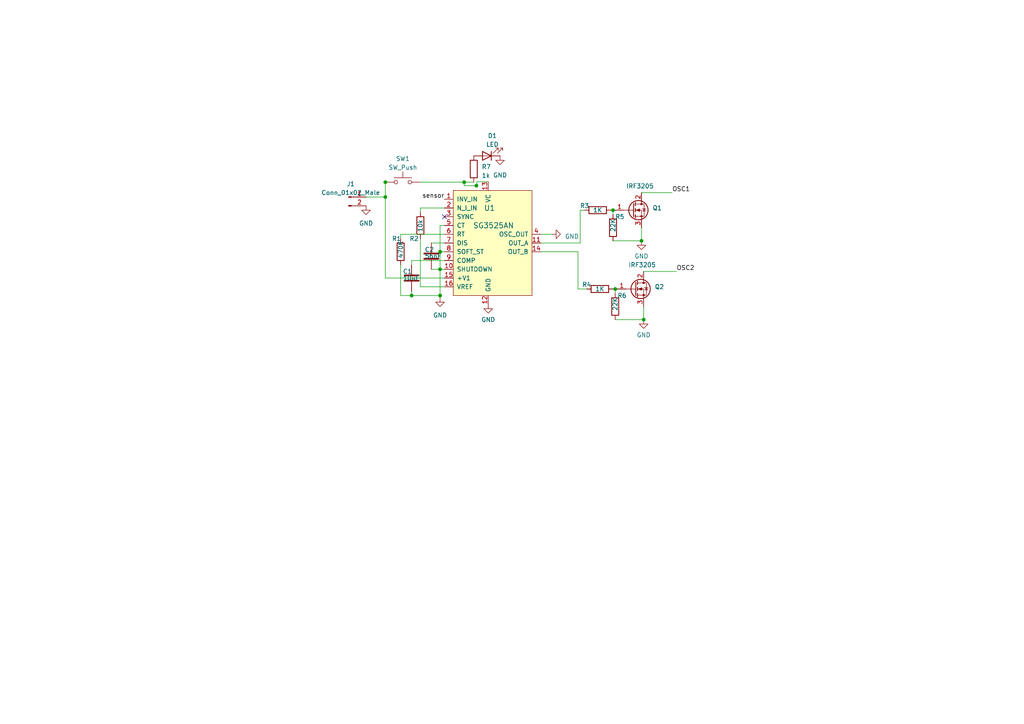
<source format=kicad_sch>
(kicad_sch (version 20220126) (generator eeschema)
  (paper "A4")
  (lib_symbols
    (symbol "Connector:Conn_01x02_Male" (pin_names (offset 1.016) hide)
      (property "Reference" "J" (at 0 2.54 0))
      (property "Value" "Conn_01x02_Male" (at 0 -5.08 0))
      (symbol "Conn_01x02_Male_1_1"
        (polyline (pts (xy 1.27 -2.54) (xy 0.8636 -2.54)) (stroke (width 0.1524)))
        (polyline (pts (xy 1.27 0) (xy 0.8636 0)) (stroke (width 0.1524)))
        (rectangle (start 0.8636 -2.413) (end 0 -2.667) (stroke (width 0.1524)) (fill (type outline)))
        (rectangle (start 0.8636 0.127) (end 0 -0.127) (stroke (width 0.1524)) (fill (type outline)))
        (pin passive line (at 5.08 0 180) (length 3.81) (name "Pin_1") (number "1"))
        (pin passive line (at 5.08 -2.54 180) (length 3.81) (name "Pin_2") (number "2"))
      )
    )
    (symbol "Device:C" (pin_numbers hide) (pin_names (offset 0.254))
      (property "Reference" "C" (at 0.635 2.54 0))
      (property "Value" "C" (at 0.635 -2.54 0))
      (symbol "C_0_1"
        (polyline (pts (xy -2.032 -0.762) (xy 2.032 -0.762)) (stroke (width 0.508)))
        (polyline (pts (xy -2.032 0.762) (xy 2.032 0.762)) (stroke (width 0.508)))
      )
      (symbol "C_1_1"
        (pin passive line (at 0 3.81 270) (length 2.794) (name "~") (number "1"))
        (pin passive line (at 0 -3.81 90) (length 2.794) (name "~") (number "2"))
      )
    )
    (symbol "Device:LED" (pin_numbers hide) (pin_names (offset 1.016) hide)
      (property "Reference" "D" (at 0 2.54 0))
      (property "Value" "LED" (at 0 -2.54 0))
      (symbol "LED_0_1"
        (polyline (pts (xy -1.27 -1.27) (xy -1.27 1.27)) (stroke (width 0.254)))
        (polyline (pts (xy -1.27 0) (xy 1.27 0)))
        (polyline (pts (xy 1.27 -1.27) (xy 1.27 1.27) (xy -1.27 0) (xy 1.27 -1.27)) (stroke (width 0.254)))
        (polyline (pts (xy -3.048 -0.762) (xy -4.572 -2.286) (xy -3.81 -2.286) (xy -4.572 -2.286) (xy -4.572 -1.524)))
        (polyline (pts (xy -1.778 -0.762) (xy -3.302 -2.286) (xy -2.54 -2.286) (xy -3.302 -2.286) (xy -3.302 -1.524)))
      )
      (symbol "LED_1_1"
        (pin passive line (at -3.81 0 0) (length 2.54) (name "K") (number "1"))
        (pin passive line (at 3.81 0 180) (length 2.54) (name "A") (number "2"))
      )
    )
    (symbol "Device:R" (pin_numbers hide) (pin_names (offset 0))
      (property "Reference" "R" (at 2.032 0 90))
      (property "Value" "R" (at 0 0 90))
      (symbol "R_0_1"
        (rectangle (start -1.016 -2.54) (end 1.016 2.54) (stroke (width 0.254)))
      )
      (symbol "R_1_1"
        (pin passive line (at 0 3.81 270) (length 1.27) (name "~") (number "1"))
        (pin passive line (at 0 -3.81 90) (length 1.27) (name "~") (number "2"))
      )
    )
    (symbol "Switch:SW_Push" (pin_numbers hide) (pin_names (offset 1.016) hide)
      (property "Reference" "SW" (at 1.27 2.54 0))
      (property "Value" "SW_Push" (at 0 -1.524 0))
      (symbol "SW_Push_0_1"
        (circle (center -2.032 0) (radius 0.508))
        (polyline (pts (xy 0 1.27) (xy 0 3.048)))
        (polyline (pts (xy 2.54 1.27) (xy -2.54 1.27)))
        (circle (center 2.032 0) (radius 0.508))
        (pin passive line (at -5.08 0 0) (length 2.54) (name "1") (number "1"))
        (pin passive line (at 5.08 0 180) (length 2.54) (name "2") (number "2"))
      )
    )
    (symbol "Transistor_FET:IRF3205" (pin_names hide)
      (property "Reference" "Q" (at 6.35 1.905 0))
      (property "Value" "IRF3205" (at 6.35 0 0))
      (symbol "IRF3205_0_1"
        (polyline (pts (xy 0.254 0) (xy -2.54 0)))
        (polyline (pts (xy 0.254 1.905) (xy 0.254 -1.905)) (stroke (width 0.254)))
        (polyline (pts (xy 0.762 -1.27) (xy 0.762 -2.286)) (stroke (width 0.254)))
        (polyline (pts (xy 0.762 0.508) (xy 0.762 -0.508)) (stroke (width 0.254)))
        (polyline (pts (xy 0.762 2.286) (xy 0.762 1.27)) (stroke (width 0.254)))
        (polyline (pts (xy 2.54 2.54) (xy 2.54 1.778)))
        (polyline (pts (xy 2.54 -2.54) (xy 2.54 0) (xy 0.762 0)))
        (polyline (pts (xy 0.762 -1.778) (xy 3.302 -1.778) (xy 3.302 1.778) (xy 0.762 1.778)))
        (polyline (pts (xy 1.016 0) (xy 2.032 0.381) (xy 2.032 -0.381) (xy 1.016 0)) (fill (type outline)))
        (polyline (pts (xy 2.794 0.508) (xy 2.921 0.381) (xy 3.683 0.381) (xy 3.81 0.254)))
        (polyline (pts (xy 3.302 0.381) (xy 2.921 -0.254) (xy 3.683 -0.254) (xy 3.302 0.381)))
        (circle (center 1.651 0) (radius 2.794) (stroke (width 0.254)))
        (circle (center 2.54 -1.778) (radius 0.254) (fill (type outline)))
        (circle (center 2.54 1.778) (radius 0.254) (fill (type outline)))
      )
      (symbol "IRF3205_1_1"
        (pin input line (at -5.08 0 0) (length 2.54) (name "G") (number "1"))
        (pin passive line (at 2.54 5.08 270) (length 2.54) (name "D") (number "2"))
        (pin passive line (at 2.54 -5.08 90) (length 2.54) (name "S") (number "3"))
      )
    )
    (symbol "dk_PMIC-Voltage-Regulators-DC-DC-Switching-Controllers:SG3525AN" (pin_names (offset 1.016))
      (property "Reference" "U" (at -7.62 6.096 0))
      (property "Value" "SG3525AN" (at 2.54 -10.16 90))
      (symbol "SG3525AN_0_1"
        (rectangle (start -10.16 5.08) (end 12.7 -25.4) (fill (type background)))
      )
      (symbol "SG3525AN_1_1"
        (pin input line (at -12.7 2.54 0) (length 2.54) (name "INV_IN") (number "1"))
        (pin input line (at -12.7 -17.78 0) (length 2.54) (name "SHUTDOWN") (number "10"))
        (pin output line (at 15.24 -10.16 180) (length 2.54) (name "OUT_A") (number "11"))
        (pin power_in line (at 0 -27.94 90) (length 2.54) (name "GND") (number "12"))
        (pin power_in line (at 0 7.62 270) (length 2.54) (name "VC") (number "13"))
        (pin output line (at 15.24 -12.7 180) (length 2.54) (name "OUT_B") (number "14"))
        (pin input line (at -12.7 -20.32 0) (length 2.54) (name "+V1") (number "15"))
        (pin input line (at -12.7 -22.86 0) (length 2.54) (name "VREF") (number "16"))
        (pin input line (at -12.7 0 0) (length 2.54) (name "N_I_IN") (number "2"))
        (pin input line (at -12.7 -2.54 0) (length 2.54) (name "SYNC") (number "3"))
        (pin output line (at 15.24 -7.62 180) (length 2.54) (name "OSC_OUT") (number "4"))
        (pin input line (at -12.7 -5.08 0) (length 2.54) (name "CT") (number "5"))
        (pin input line (at -12.7 -7.62 0) (length 2.54) (name "RT") (number "6"))
        (pin input line (at -12.7 -10.16 0) (length 2.54) (name "DIS") (number "7"))
        (pin input line (at -12.7 -12.7 0) (length 2.54) (name "SOFT_ST") (number "8"))
        (pin input line (at -12.7 -15.24 0) (length 2.54) (name "COMP") (number "9"))
      )
    )
    (symbol "power:GND" (power) (pin_names (offset 0))
      (property "Value" "GND" (at 0 -3.81 0))
      (symbol "GND_0_1"
        (polyline (pts (xy 0 0) (xy 0 -1.27) (xy 1.27 -1.27) (xy 0 -2.54) (xy -1.27 -1.27) (xy 0 -1.27)))
      )
      (symbol "GND_1_1"
        (pin power_in line (at 0 0 270) (length 0) hide (name "GND") (number "1"))
      )
    )
  )
  (junction (at 134.62 52.832))
  (junction (at 127.635 78.105))
  (junction (at 127.635 85.725))
  (junction (at 186.055 69.85))
  (junction (at 111.76 52.832))
  (junction (at 127.635 73.025))
  (junction (at 177.8 60.96))
  (junction (at 111.76 57.15))
  (junction (at 119.38 85.725))
  (junction (at 138.176 53.848))
  (junction (at 178.435 83.82))
  (junction (at 186.69 92.71))
  (no_connect (at 128.905 62.865))
  (wire (pts (xy 134.62 53.848) (xy 134.62 52.832)))
  (wire (pts (xy 186.69 88.9) (xy 186.69 92.71)))
  (wire (pts (xy 119.38 85.725) (xy 127.635 85.725)))
  (wire (pts (xy 186.055 66.04) (xy 186.055 69.85)))
  (wire (pts (xy 186.055 55.88) (xy 194.945 55.88)))
  (wire (pts (xy 167.64 83.82) (xy 170.18 83.82)))
  (wire (pts (xy 156.845 73.025) (xy 167.64 73.025)))
  (wire (pts (xy 116.205 85.725) (xy 119.38 85.725)))
  (wire (pts (xy 141.605 52.705) (xy 138.303 52.705)))
  (wire (pts (xy 156.845 70.485) (xy 168.275 70.485)))
  (wire (pts (xy 127.635 73.025) (xy 128.905 73.025)))
  (wire (pts (xy 178.435 83.82) (xy 179.07 83.82)))
  (wire (pts (xy 127.635 78.105) (xy 127.635 85.725)))
  (wire (pts (xy 128.905 80.645) (xy 111.76 80.645)))
  (wire (pts (xy 121.92 52.832) (xy 134.62 52.832)))
  (wire (pts (xy 128.905 67.945) (xy 116.205 67.945)))
  (wire (pts (xy 168.275 70.485) (xy 168.275 60.96)))
  (wire (pts (xy 177.8 60.96) (xy 178.435 60.96)))
  (wire (pts (xy 167.64 73.025) (xy 167.64 83.82)))
  (wire (pts (xy 127.635 65.405) (xy 127.635 73.025)))
  (wire (pts (xy 134.62 52.832) (xy 137.414 52.832)))
  (wire (pts (xy 127.635 73.025) (xy 127.635 78.105)))
  (wire (pts (xy 111.76 52.705) (xy 111.76 52.832)))
  (wire (pts (xy 178.435 83.82) (xy 178.435 85.09)))
  (wire (pts (xy 138.176 53.848) (xy 134.62 53.848)))
  (wire (pts (xy 168.275 60.96) (xy 169.545 60.96)))
  (wire (pts (xy 128.905 65.405) (xy 127.635 65.405)))
  (wire (pts (xy 121.92 83.185) (xy 121.92 69.215)))
  (wire (pts (xy 128.905 75.565) (xy 119.38 75.565)))
  (wire (pts (xy 125.095 78.105) (xy 127.635 78.105)))
  (wire (pts (xy 121.92 60.325) (xy 121.92 61.595)))
  (wire (pts (xy 177.165 60.96) (xy 177.8 60.96)))
  (wire (pts (xy 127.635 85.725) (xy 127.635 86.36)))
  (wire (pts (xy 116.205 67.945) (xy 116.205 69.215)))
  (wire (pts (xy 106.172 57.15) (xy 111.76 57.15)))
  (wire (pts (xy 119.38 75.565) (xy 119.38 76.835)))
  (wire (pts (xy 186.69 78.74) (xy 196.215 78.74)))
  (wire (pts (xy 177.8 60.96) (xy 177.8 62.23)))
  (wire (pts (xy 127.635 78.105) (xy 128.905 78.105)))
  (wire (pts (xy 119.38 84.455) (xy 119.38 85.725)))
  (wire (pts (xy 186.69 92.71) (xy 178.435 92.71)))
  (wire (pts (xy 121.92 83.185) (xy 128.905 83.185)))
  (wire (pts (xy 125.095 70.485) (xy 128.905 70.485)))
  (wire (pts (xy 111.76 57.15) (xy 111.76 80.645)))
  (wire (pts (xy 186.055 69.85) (xy 177.8 69.85)))
  (wire (pts (xy 156.845 67.945) (xy 160.02 67.945)))
  (wire (pts (xy 177.8 83.82) (xy 178.435 83.82)))
  (wire (pts (xy 116.205 76.835) (xy 116.205 85.725)))
  (wire (pts (xy 128.905 60.325) (xy 121.92 60.325)))
  (wire (pts (xy 111.76 52.832) (xy 111.76 57.15)))
  (wire (pts (xy 138.303 52.705) (xy 138.303 53.848)))
  (label "OSC2" (at 196.215 78.74 0))
  (label "sensor" (at 128.905 57.785 0))
  (label "OSC1" (at 194.945 55.88 0))
  (symbol (lib_id "Device:R") (at 116.205 73.025 0) (unit 1)
    (property "Reference" "R1" (at 113.665 69.215 0) (effects (justify left)))
    (property "Value" "470K" (at 116.205 74.93 90) (effects (justify left)))
    (property "Footprint" "Resistor_SMD:R_0603_1608Metric_Pad0.98x0.95mm_HandSolder" (effects hide))
  )
  (symbol (lib_id "power:GND") (at 106.172 59.69 0) (unit 1)
    (property "Reference" "#PWR0107" (effects hide))
    (property "Value" "GND" (at 106.172 64.77 0))
  )
  (symbol (lib_id "power:GND") (at 186.055 69.85 0) (unit 1)
    (property "Reference" "#PWR0103" (effects hide))
    (property "Value" "GND" (at 186.055 74.295 0))
  )
  (symbol (lib_id "power:GND") (at 141.605 88.265 0) (unit 1)
    (property "Reference" "#PWR0105" (effects hide))
    (property "Value" "GND" (at 141.605 92.71 0))
  )
  (symbol (lib_id "Switch:SW_Push") (at 116.84 52.832 0) (unit 1)
    (property "Reference" "SW1" (at 116.84 46.0248 0))
    (property "Value" "SW_Push" (at 116.84 48.5648 0))
    (property "Footprint" "Button_Switch_SMD:SW_Push_1P1T_NO_6x6mm_H9.5mm" (effects hide))
  )
  (symbol (lib_id "Device:LED") (at 141.224 45.212 180) (unit 1)
    (property "Reference" "D1" (at 142.8115 39.37 0))
    (property "Value" "LED" (at 142.8115 41.91 0))
    (property "Footprint" "LED_SMD:LED_0603_1608Metric_Pad1.05x0.95mm_HandSolder" (effects hide))
  )
  (symbol (lib_id "Device:R") (at 173.99 83.82 90) (unit 1)
    (property "Reference" "R4" (at 170.18 82.55 90))
    (property "Value" "1K" (at 173.99 83.82 90))
    (property "Footprint" "Resistor_SMD:R_0603_1608Metric_Pad0.98x0.95mm_HandSolder" (effects hide))
  )
  (symbol (lib_id "power:GND") (at 145.034 45.212 0) (unit 1)
    (property "Reference" "#PWR01" (effects hide))
    (property "Value" "GND" (at 145.034 50.8 0))
  )
  (symbol (lib_id "Transistor_FET:IRF3205") (at 184.15 83.82 0) (unit 1)
    (property "Reference" "Q2" (at 189.865 83.185 0) (effects (justify left)))
    (property "Value" "IRF3205" (at 182.245 76.835 0) (effects (justify left)))
    (property "Footprint" "Package_TO_SOT_THT:TO-220-3_Vertical" (effects hide))
    (property "Datasheet" "http://www.irf.com/product-info/datasheets/data/irf3205.pdf" (effects hide))
  )
  (symbol (lib_id "Device:R") (at 121.92 65.405 0) (unit 1)
    (property "Reference" "R2" (at 118.745 69.215 0) (effects (justify left)))
    (property "Value" "10k" (at 121.92 67.31 90) (effects (justify left)))
    (property "Footprint" "Resistor_SMD:R_0603_1608Metric_Pad0.98x0.95mm_HandSolder" (effects hide))
  )
  (symbol (lib_id "Device:C") (at 125.095 74.295 0) (unit 1)
    (property "Reference" "C2" (at 123.19 72.39 0) (effects (justify left)))
    (property "Value" "56nF" (at 123.19 74.295 0) (effects (justify left)))
    (property "Footprint" "Capacitor_SMD:C_0603_1608Metric_Pad1.08x0.95mm_HandSolder" (effects hide))
  )
  (symbol (lib_id "power:GND") (at 127.635 86.36 0) (unit 1)
    (property "Reference" "#PWR0101" (effects hide))
    (property "Value" "GND" (at 127.635 91.44 0))
  )
  (symbol (lib_id "Connector:Conn_01x02_Male") (at 101.092 57.15 0) (unit 1)
    (property "Reference" "J1" (at 101.727 53.34 0))
    (property "Value" "Conn_01x02_Male" (at 101.727 55.88 0))
    (property "Footprint" "TerminalBlock_4Ucon:TerminalBlock_4Ucon_1x02_P3.50mm_Horizontal" (effects hide))
  )
  (symbol (lib_id "Transistor_FET:IRF3205") (at 183.515 60.96 0) (unit 1)
    (property "Reference" "Q1" (at 189.23 60.325 0) (effects (justify left)))
    (property "Value" "IRF3205" (at 181.61 53.975 0) (effects (justify left)))
    (property "Footprint" "Package_TO_SOT_THT:TO-220-3_Vertical" (effects hide))
    (property "Datasheet" "http://www.irf.com/product-info/datasheets/data/irf3205.pdf" (effects hide))
  )
  (symbol (lib_id "power:GND") (at 186.69 92.71 0) (unit 1)
    (property "Reference" "#PWR0104" (effects hide))
    (property "Value" "GND" (at 186.69 97.155 0))
  )
  (symbol (lib_id "Device:R") (at 178.435 88.9 0) (unit 1)
    (property "Reference" "R6" (at 179.07 85.725 0) (effects (justify left)))
    (property "Value" "22K" (at 178.435 90.17 90) (effects (justify left)))
    (property "Footprint" "Resistor_SMD:R_0603_1608Metric_Pad0.98x0.95mm_HandSolder" (effects hide))
  )
  (symbol (lib_id "Device:R") (at 137.414 49.022 0) (unit 1)
    (property "Reference" "R7" (at 139.7 48.387 0) (effects (justify left)))
    (property "Value" "1k" (at 139.7 50.927 0) (effects (justify left)))
    (property "Footprint" "Resistor_SMD:R_0603_1608Metric_Pad0.98x0.95mm_HandSolder" (effects hide))
  )
  (symbol (lib_id "power:GND") (at 160.02 67.945 90) (unit 1)
    (property "Reference" "#PWR0102" (effects hide))
    (property "Value" "GND" (at 163.83 68.58 90) (effects (justify right)))
  )
  (symbol (lib_id "Device:C") (at 119.38 80.645 0) (unit 1)
    (property "Reference" "C1" (at 116.84 78.74 0) (effects (justify left)))
    (property "Value" "10uF" (at 116.84 80.645 0) (effects (justify left)))
    (property "Footprint" "Capacitor_SMD:C_0603_1608Metric_Pad1.08x0.95mm_HandSolder" (effects hide))
  )
  (symbol (lib_id "dk_PMIC-Voltage-Regulators-DC-DC-Switching-Controllers:SG3525AN") (at 141.605 60.325 0) (unit 1)
    (property "Reference" "U1" (at 140.335 60.325 0) (effects (font (size 1.524 1.524)) (justify left)))
    (property "Value" "SG3525AN" (at 137.16 65.405 0) (effects (font (size 1.524 1.524)) (justify left)))
    (property "Footprint" "digikey-footprints:DIP-16_W7.62mm" (effects hide))
    (property "Datasheet" "http://www.st.com/content/ccc/resource/technical/document/datasheet/c0/12/98/4a/3b/1a/4b/8b/CD00000958.pdf/files/CD00000958.pdf/jcr:content/translations/en.CD00000958.pdf" (effects hide))
    (property "Digi-Key_PN" "497-2041-5-ND" (effects hide))
    (property "MPN" "SG3525AN" (effects hide))
    (property "Category" "Integrated Circuits (ICs)" (effects hide))
    (property "Family" "PMIC - Voltage Regulators - DC DC Switching Controllers" (effects hide))
    (property "DK_Datasheet_Link" "http://www.st.com/content/ccc/resource/technical/document/datasheet/c0/12/98/4a/3b/1a/4b/8b/CD00000958.pdf/files/CD00000958.pdf/jcr:content/translations/en.CD00000958.pdf" (effects hide))
    (property "DK_Detail_Page" "/product-detail/en/stmicroelectronics/SG3525AN/497-2041-5-ND/599613" (effects hide))
    (property "Description" "IC REG CTRLR BCK/PUSH-PULL 16DIP" (effects hide))
    (property "Manufacturer" "STMicroelectronics" (effects hide))
    (property "Status" "Active" (effects hide))
  )
  (symbol (lib_id "Device:R") (at 177.8 66.04 0) (unit 1)
    (property "Reference" "R5" (at 178.435 62.865 0) (effects (justify left)))
    (property "Value" "22K" (at 177.8 67.31 90) (effects (justify left)))
    (property "Footprint" "Resistor_SMD:R_0603_1608Metric_Pad0.98x0.95mm_HandSolder" (effects hide))
  )
  (symbol (lib_id "Device:R") (at 173.355 60.96 90) (unit 1)
    (property "Reference" "R3" (at 169.545 59.69 90))
    (property "Value" "1K" (at 173.355 60.96 90))
    (property "Footprint" "Resistor_SMD:R_0603_1608Metric_Pad0.98x0.95mm_HandSolder" (effects hide))
  )
)
</source>
